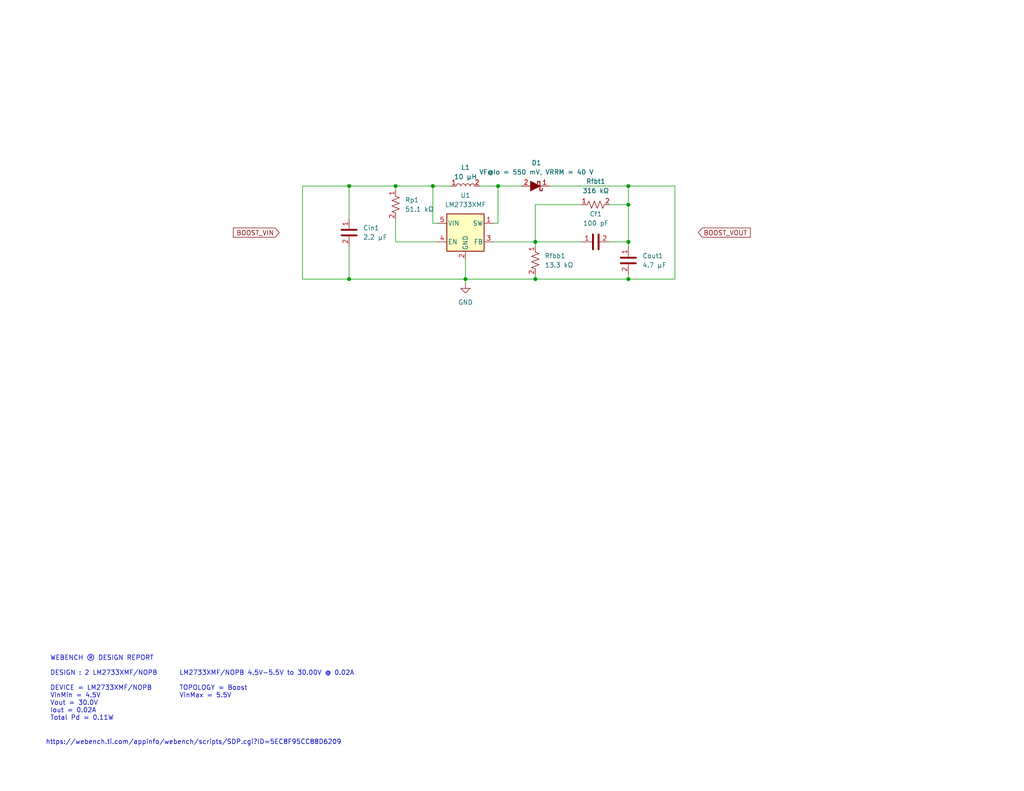
<source format=kicad_sch>
(kicad_sch (version 20231120) (generator "eeschema") (generator_version "8.0")
  (paper "USLetter")
  (title_block (title "IV-12 NUMITRON DRIVER") (rev "1") (company "AL LEVINE"))
  (lib_symbols
    (symbol "C_1" (pin_names (offset 0.254))
      (property "Reference" "C" (at 0.635 2.54 0))
      (property "Value" "C" (at 0.635 -2.54 0))
      (symbol "C_1_0_1"
        (polyline (pts (xy -2.032 -0.762) (xy 2.032 -0.762)) (stroke (width 0.508)))
        (polyline (pts (xy -2.032 0.762) (xy 2.032 0.762)) (stroke (width 0.508)))
      )
      (symbol "C_1_1_1"
        (pin passive line (at 0 3.81 270) (length 2.794) (name "~") (number "1"))
        (pin passive line (at 0 -3.81 90) (length 2.794) (name "~") (number "2"))
      )
    )
    (symbol "C_2" (pin_names (offset 0.254) hide)
      (property "Reference" "C" (at 0.635 2.54 0))
      (property "Value" "C" (at 0.635 -2.54 0))
      (symbol "C_2_0_1"
        (polyline (pts (xy -2.032 -0.762) (xy 2.032 -0.762)) (stroke (width 0.508)))
        (polyline (pts (xy -2.032 0.762) (xy 2.032 0.762)) (stroke (width 0.508)))
      )
      (symbol "C_2_1_1"
        (pin passive line (at 0 3.81 270) (length 2.794) (name "~") (number "1"))
        (pin passive line (at 0 -3.81 90) (length 2.794) (name "~") (number "2"))
      )
    )
    (symbol "Device:C" (pin_names (offset 0.254) hide)
      (property "Reference" "C" (at 0.635 2.54 0))
      (property "Value" "C" (at 0.635 -2.54 0))
      (symbol "C_0_1"
        (polyline (pts (xy -2.032 -0.762) (xy 2.032 -0.762)) (stroke (width 0.508)))
        (polyline (pts (xy -2.032 0.762) (xy 2.032 0.762)) (stroke (width 0.508)))
      )
      (symbol "C_1_1"
        (pin passive line (at 0 3.81 270) (length 2.794) (name "~") (number "1"))
        (pin passive line (at 0 -3.81 90) (length 2.794) (name "~") (number "2"))
      )
    )
    (symbol "Device:D_Schottky_Filled" (pin_names (offset 1.016) hide)
      (property "Reference" "D" (at 0 2.54 0))
      (property "Value" "D_Schottky_Filled" (at 0 -2.54 0))
      (symbol "D_Schottky_Filled_0_1"
        (polyline (pts (xy 1.27 0) (xy -1.27 0)))
        (polyline (pts (xy 1.27 1.27) (xy 1.27 -1.27) (xy -1.27 0) (xy 1.27 1.27)) (stroke (width 0.254)) (fill (type outline)))
        (polyline (pts (xy -1.905 0.635) (xy -1.905 1.27) (xy -1.27 1.27) (xy -1.27 -1.27) (xy -0.635 -1.27) (xy -0.635 -0.635)) (stroke (width 0.254)))
      )
      (symbol "D_Schottky_Filled_1_1"
        (pin passive line (at -3.81 0 0) (length 2.54) (name "K") (number "1"))
        (pin passive line (at 3.81 0 180) (length 2.54) (name "A") (number "2"))
      )
    )
    (symbol "Device:L" (pin_names (offset 1.016) hide)
      (property "Reference" "L" (at -1.27 0 90))
      (property "Value" "L" (at 1.905 0 90))
      (symbol "L_0_1"
        (arc (start 0 -2.54) (mid 0.6323 -1.905) (end 0 -1.27))
        (arc (start 0 -1.27) (mid 0.6323 -0.635) (end 0 0))
        (arc (start 0 0) (mid 0.6323 0.635) (end 0 1.27))
        (arc (start 0 1.27) (mid 0.6323 1.905) (end 0 2.54))
      )
      (symbol "L_1_1"
        (pin passive line (at 0 3.81 270) (length 1.27) (name "1") (number "1"))
        (pin passive line (at 0 -3.81 90) (length 1.27) (name "2") (number "2"))
      )
    )
    (symbol "Device:R_US" (pin_names (offset 0) hide)
      (property "Reference" "R" (at 2.54 0 90))
      (property "Value" "R_US" (at -2.54 0 90))
      (symbol "R_US_0_1"
        (polyline (pts (xy 0 -2.286) (xy 0 -2.54)))
        (polyline (pts (xy 0 2.286) (xy 0 2.54)))
        (polyline (pts (xy 0 -0.762) (xy 1.016 -1.143) (xy 0 -1.524) (xy -1.016 -1.905) (xy 0 -2.286)))
        (polyline (pts (xy 0 0.762) (xy 1.016 0.381) (xy 0 0) (xy -1.016 -0.381) (xy 0 -0.762)))
        (polyline (pts (xy 0 2.286) (xy 1.016 1.905) (xy 0 1.524) (xy -1.016 1.143) (xy 0 0.762)))
      )
      (symbol "R_US_1_1"
        (pin passive line (at 0 3.81 270) (length 1.27) (name "~") (number "1"))
        (pin passive line (at 0 -3.81 90) (length 1.27) (name "~") (number "2"))
      )
    )
    (symbol "R_US_1" (pin_names (offset 0))
      (property "Reference" "R" (at 2.54 0 90))
      (property "Value" "R_US" (at -2.54 0 90))
      (symbol "R_US_1_0_1"
        (polyline (pts (xy 0 -2.286) (xy 0 -2.54)))
        (polyline (pts (xy 0 2.286) (xy 0 2.54)))
        (polyline (pts (xy 0 -0.762) (xy 1.016 -1.143) (xy 0 -1.524) (xy -1.016 -1.905) (xy 0 -2.286)))
        (polyline (pts (xy 0 0.762) (xy 1.016 0.381) (xy 0 0) (xy -1.016 -0.381) (xy 0 -0.762)))
        (polyline (pts (xy 0 2.286) (xy 1.016 1.905) (xy 0 1.524) (xy -1.016 1.143) (xy 0 0.762)))
      )
      (symbol "R_US_1_1_1"
        (pin passive line (at 0 3.81 270) (length 1.27) (name "~") (number "1"))
        (pin passive line (at 0 -3.81 90) (length 1.27) (name "~") (number "2"))
      )
    )
    (symbol "R_US_2" (pin_names (offset 0) hide)
      (property "Reference" "R" (at 2.54 0 90))
      (property "Value" "R_US" (at -2.54 0 90))
      (symbol "R_US_2_0_1"
        (polyline (pts (xy 0 -2.286) (xy 0 -2.54)))
        (polyline (pts (xy 0 2.286) (xy 0 2.54)))
        (polyline (pts (xy 0 -0.762) (xy 1.016 -1.143) (xy 0 -1.524) (xy -1.016 -1.905) (xy 0 -2.286)))
        (polyline (pts (xy 0 0.762) (xy 1.016 0.381) (xy 0 0) (xy -1.016 -0.381) (xy 0 -0.762)))
        (polyline (pts (xy 0 2.286) (xy 1.016 1.905) (xy 0 1.524) (xy -1.016 1.143) (xy 0 0.762)))
      )
      (symbol "R_US_2_1_1"
        (pin passive line (at 0 3.81 270) (length 1.27) (name "~") (number "1"))
        (pin passive line (at 0 -3.81 90) (length 1.27) (name "~") (number "2"))
      )
    )
    (symbol "Regulator_Switching:LM2733XMF" (pin_names (offset 0.254))
      (property "Reference" "U" (at -5.08 6.35 0))
      (property "Value" "LM2733XMF" (at 0 6.35 0))
      (symbol "LM2733XMF_0_1"
        (rectangle (start -5.08 5.08) (end 5.08 -5.08) (stroke (width 0.254)) (fill (type background)))
      )
      (symbol "LM2733XMF_1_1"
        (pin output line (at 7.62 2.54 180) (length 2.54) (name "SW") (number "1"))
        (pin power_in line (at 0 -7.62 90) (length 2.54) (name "GND") (number "2"))
        (pin input line (at 7.62 -2.54 180) (length 2.54) (name "FB") (number "3"))
        (pin input line (at -7.62 -2.54 0) (length 2.54) (name "EN") (number "4"))
        (pin input line (at -7.62 2.54 0) (length 2.54) (name "VIN") (number "5"))
      )
    )
    (symbol "power:GND" (power) (pin_numbers hide) (pin_names (offset 0) hide)
      (property "Value" "GND" (at 0 -3.81 0))
      (symbol "GND_0_1"
        (polyline (pts (xy 0 0) (xy 0 -1.27) (xy 1.27 -1.27) (xy 0 -2.54) (xy -1.27 -1.27) (xy 0 -1.27)))
      )
      (symbol "GND_1_1"
        (pin power_in line (at 0 0 270) (length 0) (name "~") (number "1"))
      )
    )
  )
  (junction (at 146.05 76.2))
  (junction (at 171.45 76.2))
  (junction (at 118.11 50.8))
  (junction (at 171.45 55.88))
  (junction (at 107.95 50.8))
  (junction (at 171.45 66.04))
  (junction (at 146.05 66.04))
  (junction (at 171.45 50.8))
  (junction (at 127 76.2))
  (junction (at 135.89 50.8))
  (junction (at 95.25 76.2))
  (junction (at 95.25 50.8))
  (wire (pts (xy 95.25 76.2) (xy 127 76.2)))
  (wire (pts (xy 95.25 67.31) (xy 95.25 76.2)))
  (wire (pts (xy 149.86 50.8) (xy 171.45 50.8)))
  (wire (pts (xy 82.55 50.8) (xy 82.55 76.2)))
  (wire (pts (xy 135.89 50.8) (xy 142.24 50.8)))
  (wire (pts (xy 95.25 50.8) (xy 107.95 50.8)))
  (wire (pts (xy 146.05 76.2) (xy 171.45 76.2)))
  (wire (pts (xy 146.05 76.2) (xy 146.05 74.93)))
  (wire (pts (xy 166.37 55.88) (xy 171.45 55.88)))
  (wire (pts (xy 95.25 50.8) (xy 82.55 50.8)))
  (wire (pts (xy 146.05 67.31) (xy 146.05 66.04)))
  (wire (pts (xy 119.38 60.96) (xy 118.11 60.96)))
  (wire (pts (xy 171.45 67.31) (xy 171.45 66.04)))
  (wire (pts (xy 134.62 66.04) (xy 146.05 66.04)))
  (wire (pts (xy 119.38 66.04) (xy 107.95 66.04)))
  (wire (pts (xy 171.45 55.88) (xy 171.45 66.04)))
  (wire (pts (xy 135.89 50.8) (xy 135.89 60.96)))
  (wire (pts (xy 134.62 60.96) (xy 135.89 60.96)))
  (wire (pts (xy 127 76.2) (xy 146.05 76.2)))
  (wire (pts (xy 146.05 55.88) (xy 158.75 55.88)))
  (wire (pts (xy 184.15 50.8) (xy 184.15 76.2)))
  (wire (pts (xy 166.37 66.04) (xy 171.45 66.04)))
  (wire (pts (xy 95.25 50.8) (xy 95.25 59.69)))
  (wire (pts (xy 146.05 55.88) (xy 146.05 66.04)))
  (wire (pts (xy 118.11 50.8) (xy 123.19 50.8)))
  (wire (pts (xy 146.05 66.04) (xy 158.75 66.04)))
  (wire (pts (xy 118.11 50.8) (xy 118.11 60.96)))
  (wire (pts (xy 107.95 50.8) (xy 118.11 50.8)))
  (wire (pts (xy 107.95 66.04) (xy 107.95 59.69)))
  (wire (pts (xy 171.45 50.8) (xy 171.45 55.88)))
  (wire (pts (xy 130.81 50.8) (xy 135.89 50.8)))
  (wire (pts (xy 107.95 52.07) (xy 107.95 50.8)))
  (wire (pts (xy 171.45 76.2) (xy 184.15 76.2)))
  (wire (pts (xy 127 77.47) (xy 127 76.2)))
  (wire (pts (xy 127 71.12) (xy 127 76.2)))
  (wire (pts (xy 171.45 74.93) (xy 171.45 76.2)))
  (wire (pts (xy 82.55 76.2) (xy 95.25 76.2)))
  (wire (pts (xy 171.45 50.8) (xy 184.15 50.8)))
  (text_box "WEBENCH ® DESIGN REPORT\n\nDESIGN : 2 LM2733XMF/NOPB	LM2733XMF/NOPB 4.5V-5.5V to 30.00V @ 0.02A\n\nDEVICE = LM2733XMF/NOPB		TOPOLOGY = Boost\nVinMin = 4.5V				VinMax = 5.5V\nVout = 30.0V\nIout = 0.02A\nTotal Pd = 0.11W" (at 12.7 177.8 0) (size 88.9 25.4) (stroke (width -0.0001)) (effects (font (size 1.27 1.27)) (justify left top)))
  (text "https://webench.ti.com/appinfo/webench/scripts/SDP.cgi?ID=5EC8F95CC88D6209" (at 12.446 203.454 0) (effects (font (size 1.27 1.27)) (justify left bottom)))
  (global_label "BOOST_VOUT" (shape input) (at 190.5 63.5 0) (property "Intersheetrefs" "${INTERSHEET_REFS}" (effects (hide yes))))
  (global_label "BOOST_VIN" (shape input) (at 76.2 63.5 180) (property "Intersheetrefs" "${INTERSHEET_REFS}" (effects (hide yes))))
  (symbol (lib_name "C_2") (lib_id "Device:C") (at 171.45 71.12 0) (unit 1)
    (property "Reference" "Cout1" (at 175.26 69.8499 0) (effects (justify left)))
    (property "Value" "4.7 μF" (at 175.26 72.3899 0) (effects (justify left)))
    (property "Footprint" "Capacitor_SMD:C_0805_2012Metric_Pad1.18x1.45mm_HandSolder" (effects (hide yes)))
    (property "Datasheet" "https://product.tdk.com/system/files/dam/doc/product/capacitor/ceramic/mlcc/catalog/mlcc_commercial_general_en.pdf" (effects (hide yes)))
    (property "Description" "Unpolarized capacitor" (effects (hide yes)))
    (property "MFR" "TDK Corporation" (effects (hide yes)))
    (property "Part No" "C2012X5R1H475K125AB" (effects (hide yes)))
  )
  (symbol (lib_id "Device:D_Schottky_Filled") (at 146.05 50.8 180) (unit 1)
    (property "Reference" "D1" (at 146.3675 44.45 0))
    (property "Value" "VF@Io = 550 mV, VRRM = 40 V" (at 146.3675 46.99 0))
    (property "Footprint" "Diode_SMD:D_SOD-123F" (effects (hide yes)))
    (property "Datasheet" "https://www.onsemi.com/pdf/datasheet/ss14fl-d.pdf" (effects (hide yes)))
    (property "Description" "Schottky diode, filled shape" (effects (hide yes)))
    (property "MFR" "Onsemi" (effects (hide yes)))
    (property "Part No" "SS14FL" (effects (hide yes)))
  )
  (symbol (lib_name "R_US_2") (lib_id "Device:R_US") (at 146.05 71.12 0) (unit 1)
    (property "Reference" "Rfbb1" (at 148.59 69.8499 0) (effects (justify left)))
    (property "Value" "13.3 kΩ" (at 148.59 72.3899 0) (effects (justify left)))
    (property "Footprint" "Resistor_SMD:R_0402_1005Metric_Pad0.72x0.64mm_HandSolder" (effects (hide yes)))
    (property "Datasheet" "https://www.vishay.com/docs/20035/dcrcwe3.pdf" (effects (hide yes)))
    (property "Description" "Resistor, US symbol" (effects (hide yes)))
    (property "MFR" "Vishay Dale" (effects (hide yes)))
    (property "Part No" "CRCW040213K3FKED" (effects (hide yes)))
  )
  (symbol (lib_name "R_US_1") (lib_id "Device:R_US") (at 107.95 55.88 0) (unit 1)
    (property "Reference" "Rp1" (at 110.49 54.6099 0) (effects (justify left)))
    (property "Value" "51.1 kΩ" (at 110.49 57.1499 0) (effects (justify left)))
    (property "Footprint" "Resistor_SMD:R_0402_1005Metric_Pad0.72x0.64mm_HandSolder" (effects (hide yes)))
    (property "Datasheet" "https://www.vishay.com/docs/20035/dcrcwe3.pdf" (effects (hide yes)))
    (property "Description" "Resistor, US symbol" (effects (hide yes)))
    (property "MFR" "Vishay Dale" (effects (hide yes)))
    (property "Part No" "CRCW040251K1FKED" (effects (hide yes)))
  )
  (symbol (lib_id "Device:C") (at 162.56 66.04 90) (unit 1)
    (property "Reference" "Cf1" (at 162.56 58.42 90))
    (property "Value" "100 pF" (at 162.56 60.96 90))
    (property "Footprint" "Capacitor_SMD:C_0805_2012Metric_Pad1.18x1.45mm_HandSolder" (effects (hide yes)))
    (property "Datasheet" "https://mm.digikey.com/Volume0/opasdata/d220001/medias/docus/609/CL21C101JBANNNC_Spec.pdf" (effects (hide yes)))
    (property "Description" "Unpolarized capacitor" (effects (hide yes)))
    (property "MFR" "Samsung Electro-Mechanics" (effects (hide yes)))
    (property "Part No" "CL21C101JBANNNC" (effects (hide yes)))
  )
  (symbol (lib_id "Device:R_US") (at 162.56 55.88 90) (unit 1)
    (property "Reference" "Rfbt1" (at 162.56 49.53 90))
    (property "Value" "316 kΩ" (at 162.56 52.07 90))
    (property "Footprint" "Resistor_SMD:R_0402_1005Metric_Pad0.72x0.64mm_HandSolder" (effects (hide yes)))
    (property "Datasheet" "https://www.vishay.com/docs/20035/dcrcwe3.pdf" (effects (hide yes)))
    (property "Description" "Resistor, US symbol" (effects (hide yes)))
    (property "MFR" "Vishay Dale" (effects (hide yes)))
    (property "Part No" "CRCW0402316KFKED" (effects (hide yes)))
  )
  (symbol (lib_id "power:GND") (at 127 77.47 0) (unit 1)
    (property "Reference" "#PWR03" (effects (hide yes)))
    (property "Value" "GND" (at 127 82.55 0))
    (property "Description" "Power symbol creates a global label with name \"GND\" , ground" (effects (hide yes)))
  )
  (symbol (lib_id "Device:L") (at 127 50.8 90) (unit 1)
    (property "Reference" "L1" (at 127 45.72 90))
    (property "Value" "10 μH" (at 127 48.26 90))
    (property "Footprint" "NewFootprints:IND_TCK-146_TRP" (effects (hide yes)))
    (property "Datasheet" "https://www.tracopower.com/products/tck146.pdf" (effects (hide yes)))
    (property "Description" "Inductor" (effects (hide yes)))
    (property "MFR" "Traco Power" (effects (hide yes)))
    (property "Part No" "TCK-146" (effects (hide yes)))
  )
  (symbol (lib_name "C_1") (lib_id "Device:C") (at 95.25 63.5 0) (unit 1)
    (property "Reference" "Cin1" (at 99.06 62.2299 0) (effects (justify left)))
    (property "Value" "2.2 μF" (at 99.06 64.7699 0) (effects (justify left)))
    (property "Footprint" "Capacitor_SMD:C_0603_1608Metric_Pad1.08x0.95mm_HandSolder" (effects (hide yes)))
    (property "Datasheet" "https://search.murata.co.jp/Ceramy/image/img/A01X/G101/ENG/GRM188R71A225KE15-01.pdf" (effects (hide yes)))
    (property "Description" "Unpolarized capacitor" (effects (hide yes)))
    (property "MFR" "Murata Electronics" (effects (hide yes)))
    (property "Part No" "GRM188R71A225KE15D" (effects (hide yes)))
  )
  (symbol (lib_id "Regulator_Switching:LM2733XMF") (at 127 63.5 0) (unit 1)
    (property "Reference" "U1" (at 127 53.34 0))
    (property "Value" "LM2733XMF" (at 127 55.88 0))
    (property "Footprint" "Package_TO_SOT_SMD:SOT-23-5" (effects (hide yes)))
    (property "Datasheet" "http://www.ti.com/lit/ds/symlink/lm2733.pdf" (effects (hide yes)))
    (property "Description" "LM27313, 1A, 40Vout Boost Voltage Regulator, 1.6MHz Frequency, SOT-23-5" (effects (hide yes)))
    (property "MFR" "Texas Instruments" (effects (hide yes)))
    (property "Part No" "LM2733XMF/NOPB" (effects (hide yes)))
  )
)
</source>
